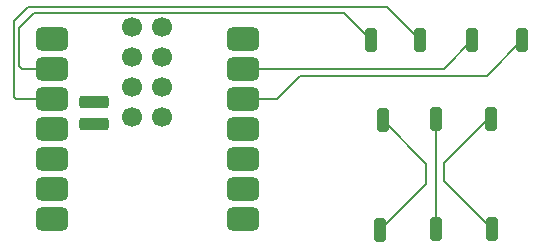
<source format=gbr>
%TF.GenerationSoftware,KiCad,Pcbnew,9.0.2*%
%TF.CreationDate,2025-08-06T07:46:06+01:00*%
%TF.ProjectId,smartpoopbucket,736d6172-7470-46f6-9f70-6275636b6574,rev?*%
%TF.SameCoordinates,Original*%
%TF.FileFunction,Copper,L1,Top*%
%TF.FilePolarity,Positive*%
%FSLAX46Y46*%
G04 Gerber Fmt 4.6, Leading zero omitted, Abs format (unit mm)*
G04 Created by KiCad (PCBNEW 9.0.2) date 2025-08-06 07:46:06*
%MOMM*%
%LPD*%
G01*
G04 APERTURE LIST*
G04 Aperture macros list*
%AMRoundRect*
0 Rectangle with rounded corners*
0 $1 Rounding radius*
0 $2 $3 $4 $5 $6 $7 $8 $9 X,Y pos of 4 corners*
0 Add a 4 corners polygon primitive as box body*
4,1,4,$2,$3,$4,$5,$6,$7,$8,$9,$2,$3,0*
0 Add four circle primitives for the rounded corners*
1,1,$1+$1,$2,$3*
1,1,$1+$1,$4,$5*
1,1,$1+$1,$6,$7*
1,1,$1+$1,$8,$9*
0 Add four rect primitives between the rounded corners*
20,1,$1+$1,$2,$3,$4,$5,0*
20,1,$1+$1,$4,$5,$6,$7,0*
20,1,$1+$1,$6,$7,$8,$9,0*
20,1,$1+$1,$8,$9,$2,$3,0*%
G04 Aperture macros list end*
%TA.AperFunction,SMDPad,CuDef*%
%ADD10RoundRect,0.250000X-0.250000X-0.750000X0.250000X-0.750000X0.250000X0.750000X-0.250000X0.750000X0*%
%TD*%
%TA.AperFunction,SMDPad,CuDef*%
%ADD11C,1.700000*%
%TD*%
%TA.AperFunction,SMDPad,CuDef*%
%ADD12RoundRect,0.275000X0.975000X0.275000X-0.975000X0.275000X-0.975000X-0.275000X0.975000X-0.275000X0*%
%TD*%
%TA.AperFunction,SMDPad,CuDef*%
%ADD13RoundRect,0.500000X-0.875000X-0.500000X0.875000X-0.500000X0.875000X0.500000X-0.875000X0.500000X0*%
%TD*%
%TA.AperFunction,Conductor*%
%ADD14C,0.200000*%
%TD*%
G04 APERTURE END LIST*
D10*
%TO.P,WHT1,1,1*%
%TO.N,A-*%
X64700000Y-41600000D03*
%TD*%
%TO.P,RED1,1,1*%
%TO.N,E+*%
X69400000Y-41500000D03*
%TD*%
%TO.P,BLK1,1,1*%
%TO.N,E-*%
X74200000Y-41500000D03*
%TD*%
%TO.P,VCC1,1,1*%
%TO.N,+3.3V*%
X76700000Y-25500000D03*
%TD*%
%TO.P,SCK1,1,1*%
%TO.N,SCK*%
X68100000Y-25500000D03*
%TD*%
%TO.P,GND1,1,1*%
%TO.N,GND*%
X72500000Y-25500000D03*
%TD*%
%TO.P,E-1,1,1*%
%TO.N,E-*%
X74100000Y-32200000D03*
%TD*%
%TO.P,E+1,1,1*%
%TO.N,E+*%
X69400000Y-32200000D03*
%TD*%
%TO.P,DT1,1,1*%
%TO.N,DT*%
X63900000Y-25500000D03*
%TD*%
%TO.P,A-1,1,1*%
%TO.N,A-*%
X64900000Y-32300000D03*
%TD*%
D11*
%TO.P,U1,24,USB_DP*%
%TO.N,unconnected-(U1-USB_DP-Pad24)*%
X46225000Y-32008000D03*
%TO.P,U1,23,USB_DN*%
%TO.N,unconnected-(U1-USB_DN-Pad23)*%
X43685000Y-32008000D03*
%TO.P,U1,22,MTCK*%
%TO.N,unconnected-(U1-MTCK-Pad22)*%
X46225000Y-29468000D03*
%TO.P,U1,21,MTMS*%
%TO.N,unconnected-(U1-MTMS-Pad21)*%
X43685000Y-29468000D03*
%TO.P,U1,20,GND*%
%TO.N,unconnected-(U1-GND-Pad20)*%
X46225000Y-26928000D03*
%TO.P,U1,19,CHIP_EN*%
%TO.N,unconnected-(U1-CHIP_EN-Pad19)*%
X43685000Y-26928000D03*
%TO.P,U1,18,MTDO*%
%TO.N,unconnected-(U1-MTDO-Pad18)*%
X46225000Y-24388000D03*
%TO.P,U1,17,MTDI*%
%TO.N,unconnected-(U1-MTDI-Pad17)*%
X43685000Y-24388000D03*
D12*
%TO.P,U1,16,GND*%
%TO.N,unconnected-(U1-GND-Pad16)*%
X40510000Y-30733000D03*
%TO.P,U1,15,BAT*%
%TO.N,unconnected-(U1-BAT-Pad15)*%
X40510000Y-32638000D03*
D13*
%TO.P,U1,14,5V*%
%TO.N,unconnected-(U1-5V-Pad14)*%
X53065000Y-25400000D03*
%TO.P,U1,13,GND*%
%TO.N,GND*%
X53065000Y-27940000D03*
%TO.P,U1,12,3V3*%
%TO.N,+3.3V*%
X53065000Y-30480000D03*
%TO.P,U1,11,GPIO9_A10_D10_MOSI*%
%TO.N,unconnected-(U1-GPIO9_A10_D10_MOSI-Pad11)*%
X53065000Y-33020000D03*
%TO.P,U1,10,GPIO8_A9_D9_MISO*%
%TO.N,unconnected-(U1-GPIO8_A9_D9_MISO-Pad10)*%
X53065000Y-35560000D03*
%TO.P,U1,9,GPIO7_A8_D8_SCK*%
%TO.N,unconnected-(U1-GPIO7_A8_D8_SCK-Pad9)*%
X53065000Y-38100000D03*
%TO.P,U1,8,GPIO44_D7_RX*%
%TO.N,unconnected-(U1-GPIO44_D7_RX-Pad8)*%
X53065000Y-40640000D03*
%TO.P,U1,7,GPIO43_A6_D6_TX*%
%TO.N,unconnected-(U1-GPIO43_A6_D6_TX-Pad7)*%
X36900000Y-40640000D03*
%TO.P,U1,6,GPIO6_A5_D5_SCL*%
%TO.N,unconnected-(U1-GPIO6_A5_D5_SCL-Pad6)*%
X36900000Y-38100000D03*
%TO.P,U1,5,GPIO5_A4_D4_SDA*%
%TO.N,unconnected-(U1-GPIO5_A4_D4_SDA-Pad5)*%
X36900000Y-35560000D03*
%TO.P,U1,4,GPIO4_A3_D3*%
%TO.N,unconnected-(U1-GPIO4_A3_D3-Pad4)*%
X36900000Y-33020000D03*
%TO.P,U1,3,GPIO3_A2_D2*%
%TO.N,SCK*%
X36900000Y-30480000D03*
%TO.P,U1,2,GPIO2_A1_D1*%
%TO.N,DT*%
X36900000Y-27940000D03*
%TO.P,U1,1,GPIO1_A0_D0*%
%TO.N,unconnected-(U1-GPIO1_A0_D0-Pad1)*%
X36900000Y-25400000D03*
%TD*%
D14*
%TO.N,DT*%
X34340000Y-27940000D02*
X36900000Y-27940000D01*
X34100000Y-27700000D02*
X34340000Y-27940000D01*
X34100000Y-24500000D02*
X34100000Y-27700000D01*
X35400000Y-23200000D02*
X34100000Y-24500000D01*
X61600000Y-23200000D02*
X35400000Y-23200000D01*
X63900000Y-25500000D02*
X61600000Y-23200000D01*
%TO.N,SCK*%
X33880000Y-30480000D02*
X36900000Y-30480000D01*
X33700000Y-30300000D02*
X33880000Y-30480000D01*
X34900000Y-22700000D02*
X33700000Y-23900000D01*
X33700000Y-23900000D02*
X33700000Y-30300000D01*
X65300000Y-22700000D02*
X34900000Y-22700000D01*
X68100000Y-25500000D02*
X65300000Y-22700000D01*
%TO.N,A-*%
X68600000Y-37700000D02*
X68600000Y-36000000D01*
X64700000Y-41600000D02*
X68600000Y-37700000D01*
X68600000Y-36000000D02*
X64900000Y-32300000D01*
%TO.N,E-*%
X73800000Y-32200000D02*
X74100000Y-32200000D01*
X70100000Y-35900000D02*
X73800000Y-32200000D01*
X70100000Y-37400000D02*
X70100000Y-35900000D01*
X74200000Y-41500000D02*
X70100000Y-37400000D01*
%TO.N,E+*%
X69400000Y-41500000D02*
X69400000Y-32200000D01*
%TO.N,+3.3V*%
X73700000Y-28500000D02*
X57900000Y-28500000D01*
X57900000Y-28500000D02*
X55920000Y-30480000D01*
X76700000Y-25500000D02*
X73700000Y-28500000D01*
X55920000Y-30480000D02*
X53065000Y-30480000D01*
%TO.N,GND*%
X70060000Y-27940000D02*
X53065000Y-27940000D01*
X72500000Y-25500000D02*
X70060000Y-27940000D01*
%TD*%
M02*

</source>
